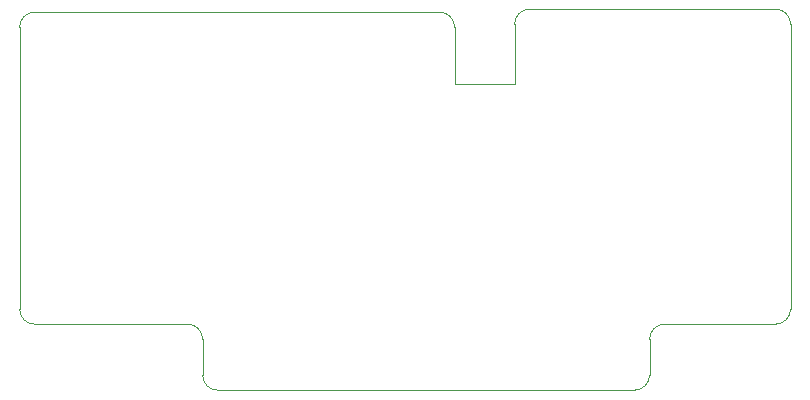
<source format=gbr>
G04 #@! TF.GenerationSoftware,KiCad,Pcbnew,(5.1.2)-2*
G04 #@! TF.CreationDate,2020-12-12T08:56:43+00:00*
G04 #@! TF.ProjectId,Amiga 34-pin to Citizen Slim 26-pin Adapter (Design B),416d6967-6120-4333-942d-70696e20746f,rev?*
G04 #@! TF.SameCoordinates,Original*
G04 #@! TF.FileFunction,Profile,NP*
%FSLAX46Y46*%
G04 Gerber Fmt 4.6, Leading zero omitted, Abs format (unit mm)*
G04 Created by KiCad (PCBNEW (5.1.2)-2) date 2020-12-12 08:56:43*
%MOMM*%
%LPD*%
G04 APERTURE LIST*
%ADD10C,0.050000*%
G04 APERTURE END LIST*
D10*
X151130000Y-113284000D02*
G75*
G02X149860000Y-114554000I-1270000J0D01*
G01*
X151130000Y-110236000D02*
G75*
G02X152400000Y-108966000I1270000J0D01*
G01*
X112014000Y-108966000D02*
G75*
G02X113284000Y-110236000I0J-1270000D01*
G01*
X114554000Y-114554000D02*
G75*
G02X113284000Y-113284000I0J1270000D01*
G01*
X139700000Y-88646000D02*
X139700000Y-83566000D01*
X134620000Y-88646000D02*
X139700000Y-88646000D01*
X134620000Y-88646000D02*
X134620000Y-83820000D01*
X140970000Y-82296000D02*
X161798000Y-82296000D01*
X133350000Y-82550000D02*
G75*
G02X134620000Y-83820000I0J-1270000D01*
G01*
X139700000Y-83566000D02*
G75*
G02X140970000Y-82296000I1270000J0D01*
G01*
X151130000Y-113284000D02*
X151130000Y-110236000D01*
X163068000Y-107696000D02*
G75*
G02X161798000Y-108966000I-1270000J0D01*
G01*
X152400000Y-108966000D02*
X161798000Y-108966000D01*
X112014000Y-108966000D02*
X99060000Y-108966000D01*
X113284000Y-113284000D02*
X113284000Y-110236000D01*
X114554000Y-114554000D02*
X149860000Y-114554000D01*
X99060000Y-108966000D02*
G75*
G02X97790000Y-107696000I0J1270000D01*
G01*
X161798000Y-82296000D02*
G75*
G02X163068000Y-83566000I0J-1270000D01*
G01*
X97790000Y-83820000D02*
G75*
G02X99060000Y-82550000I1270000J0D01*
G01*
X97790000Y-107696000D02*
X97790000Y-83820000D01*
X163068000Y-83566000D02*
X163068000Y-107696000D01*
X99060000Y-82550000D02*
X133350000Y-82550000D01*
M02*

</source>
